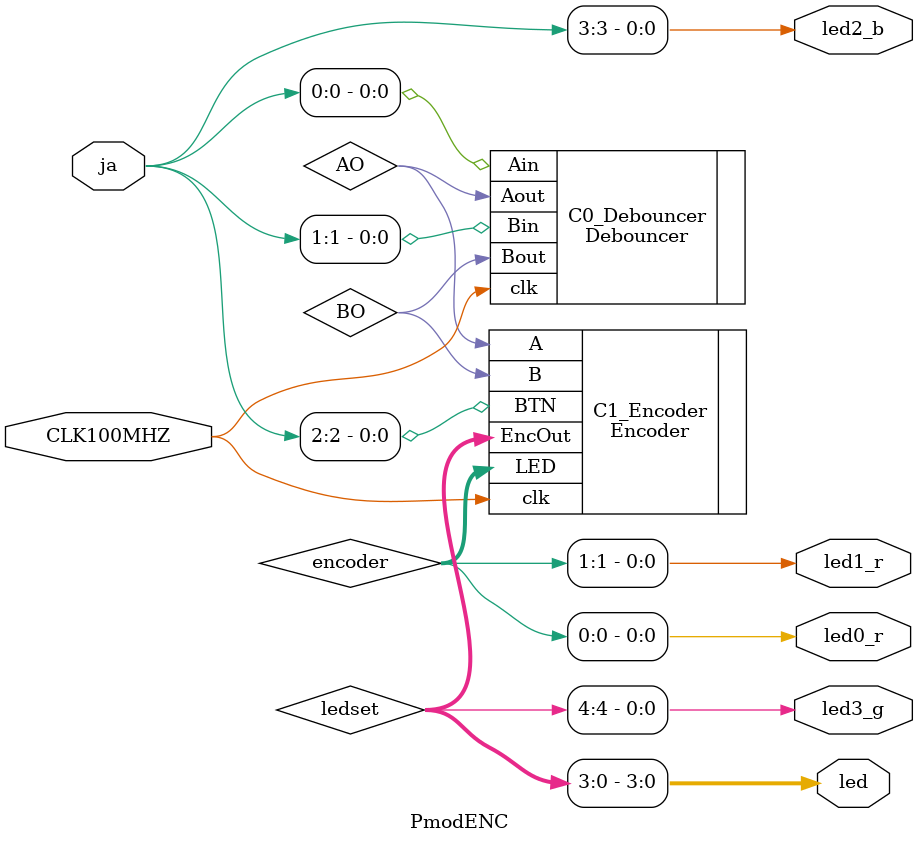
<source format=v>
`timescale 1ns / 1ps
module PmodENC(
    input CLK100MHZ,
    input [3:0] ja,
    output [3:0] led,
    output led0_r,
    output led1_r,
    output led3_g,
    output led2_b
    );

	 // ===========================================================================
	 // 							  Parameters, Regsiters, and Wires
	 // ===========================================================================
	 wire [3:0] an;
	 wire [6:0] seg;
	 wire [1:0] encoder;
	 
	 wire [4:0] ledset = {led3_g, led};
	 
	 /*
	 wire [3:0] led_r = {led3_r,led2_r,led1_r,led0_r};
	 wire [3:0] led_g = {led3_g,led2_g,led1_g,led0_g};
	 wire [3:0] led_b = {led3_b,led2_b,led1_b,led0_b};
	 */
	 
	 assign led0_r = encoder[0];
	 assign led1_r = encoder[1];
	 assign led2_b = ja[3];
	 
	 // ===========================================================================
	 // 										Implementation
	 // ===========================================================================
 	 Debouncer C0_Debouncer (
				  .clk(CLK100MHZ),
				  .Ain(ja[0]),
				  .Bin(ja[1]),
				  .Aout(AO),
				  .Bout(BO)
	 );
	 
 	 Encoder C1_Encoder (
				  .clk(CLK100MHZ),
				  .A(AO),
				  .B(BO),
				  .BTN(ja[2]),
				  .EncOut(ledset),
				  .LED(encoder)
	 );

/*
 	 DisplayController C2_DisplayController (
				  .clk(clk),
				  .SWT(JA[7]),
				  .DispVal(EncO),
				  .anode(an),
				  .segOut(seg)
	 );
	 */
endmodule

</source>
